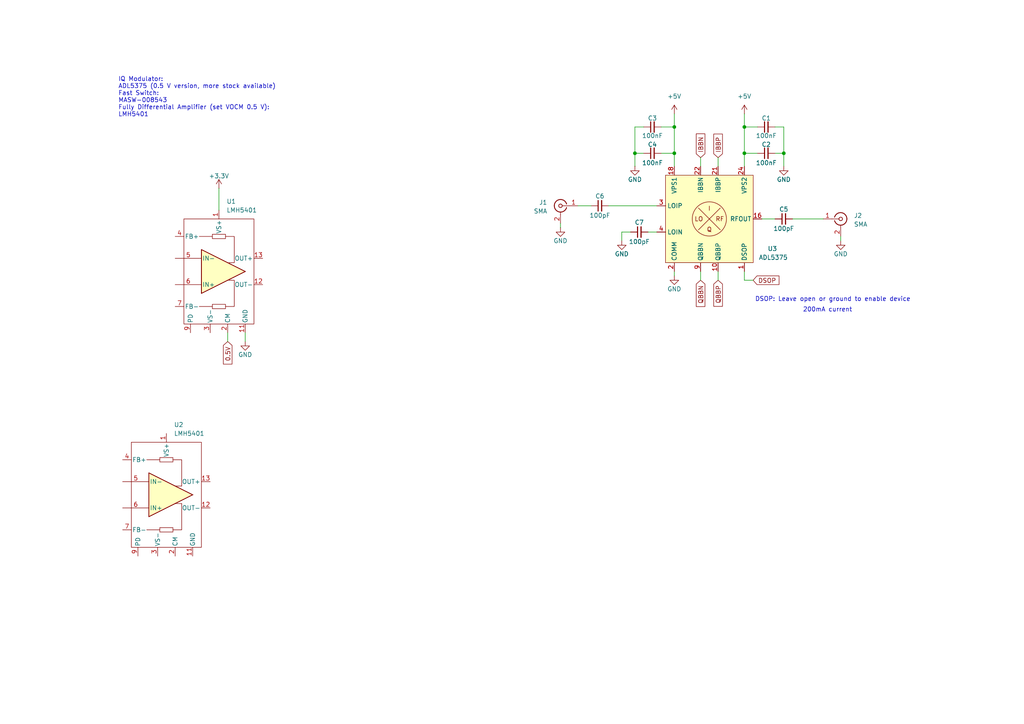
<source format=kicad_sch>
(kicad_sch (version 20231120) (generator "eeschema") (generator_version "8.0")
  (paper "A4")
  (title_block (title "S-Band PFU") (date "2024-05-12") (rev "v1.0") (company "openEPR") (comment 1 "Timothy Keller"))
  (lib_symbols
    (symbol "Connector:Conn_Coaxial" (pin_names (offset 1.016) hide)
      (property "Reference" "J" (at 0.254 3.048 0))
      (property "Value" "Conn_Coaxial" (at 2.921 0 90))
      (symbol "Conn_Coaxial_0_1"
        (arc (start -1.778 -0.508) (mid 0.2311 -1.8066) (end 1.778 0) (stroke (width 0.254)))
        (polyline (pts (xy -2.54 0) (xy -0.508 0)))
        (polyline (pts (xy 0 -2.54) (xy 0 -1.778)))
        (circle (center 0 0) (radius 0.508) (stroke (width 0.2032)))
        (arc (start 1.778 0) (mid 0.2099 1.8101) (end -1.778 0.508) (stroke (width 0.254)))
      )
      (symbol "Conn_Coaxial_1_1"
        (pin passive line (at -5.08 0 0) (length 2.54) (name "In") (number "1"))
        (pin passive line (at 0 -5.08 90) (length 2.54) (name "Ext") (number "2"))
      )
    )
    (symbol "Device:C_Small" (pin_numbers hide) (pin_names (offset 0.254) hide)
      (property "Reference" "C" (at 0.254 1.778 0))
      (property "Value" "C_Small" (at 0.254 -2.032 0))
      (symbol "C_Small_0_1"
        (polyline (pts (xy -1.524 -0.508) (xy 1.524 -0.508)) (stroke (width 0.3302)))
        (polyline (pts (xy -1.524 0.508) (xy 1.524 0.508)) (stroke (width 0.3048)))
      )
      (symbol "C_Small_1_1"
        (pin passive line (at 0 2.54 270) (length 2.032) (name "~") (number "1"))
        (pin passive line (at 0 -2.54 90) (length 2.032) (name "~") (number "2"))
      )
    )
    (symbol "_tim-RF:ADL5375"
      (property "Reference" "U" (at 15.24 16.51 0))
      (property "Value" "ADL5375" (at 17.272 11.43 0))
      (symbol "ADL5375_0_1"
        (polyline (pts (xy -3.175 3.175) (xy 3.175 -3.175)))
        (polyline (pts (xy 3.175 3.175) (xy -3.175 -3.175)))
        (circle (center 0 0) (radius 4.9595))
      )
      (symbol "ADL5375_1_1"
        (rectangle (start -12.7 12.7) (end 12.7 -12.7) (fill (type background)))
        (text "I" (at 0 3.048 0) (effects (font (size 1.27 1.27))))
        (text "LO" (at -3.048 0 0) (effects (font (size 1.27 1.27))))
        (text "Q" (at 0 -3.048 0) (effects (font (size 1.27 1.27))))
        (text "RF" (at 3.048 0 0) (effects (font (size 1.27 1.27))))
        (pin input line (at 10.16 -15.24 90) (length 2.54) (name "DSOP") (number "1"))
        (pin power_in line (at 2.54 -15.24 90) (length 2.54) (name "QBBP") (number "10"))
        (pin power_in line (at -10.16 -15.24 90) (length 2.54) hide (name "COMM") (number "11"))
        (pin power_in line (at -10.16 -15.24 90) (length 2.54) hide (name "COMM") (number "12"))
        (pin power_in line (at -10.16 -15.24 90) (length 2.54) hide (name "COMM") (number "13"))
        (pin power_in line (at -10.16 -15.24 90) (length 2.54) hide (name "COMM") (number "14"))
        (pin power_in line (at -10.16 -15.24 90) (length 2.54) hide (name "COMM") (number "15"))
        (pin output line (at 15.24 0 180) (length 2.54) (name "RFOUT") (number "16"))
        (pin power_in line (at -10.16 -15.24 90) (length 2.54) hide (name "COMM") (number "17"))
        (pin power_in line (at -10.16 15.24 270) (length 2.54) (name "VPS1") (number "18"))
        (pin power_in line (at -10.16 -15.24 90) (length 2.54) hide (name "COMM") (number "19"))
        (pin power_in line (at -10.16 -15.24 90) (length 2.54) (name "COMM") (number "2"))
        (pin power_in line (at -10.16 -15.24 90) (length 2.54) hide (name "COMM") (number "20"))
        (pin power_in line (at 2.54 15.24 270) (length 2.54) (name "IBBP") (number "21"))
        (pin power_in line (at -2.54 15.24 270) (length 2.54) (name "IBBN") (number "22"))
        (pin power_in line (at -10.16 -15.24 90) (length 2.54) hide (name "COMM") (number "23"))
        (pin power_in line (at 10.16 15.24 270) (length 2.54) (name "VPS2") (number "24"))
        (pin power_in line (at -10.16 -15.24 90) (length 2.54) hide (name "EP") (number "25"))
        (pin input line (at -15.24 3.81 0) (length 2.54) (name "LOIP") (number "3"))
        (pin input line (at -15.24 -3.81 0) (length 2.54) (name "LOIN") (number "4"))
        (pin power_in line (at -10.16 -15.24 90) (length 2.54) hide (name "COMM") (number "5"))
        (pin power_in line (at -10.16 -15.24 90) (length 2.54) hide (name "COMM") (number "6"))
        (pin power_in line (at -10.16 -15.24 90) (length 2.54) hide (name "COMM") (number "7"))
        (pin power_in line (at -10.16 -15.24 90) (length 2.54) hide (name "COMM") (number "8"))
        (pin power_in line (at -2.54 -15.24 90) (length 2.54) (name "QBBN") (number "9"))
      )
    )
    (symbol "_tim-RF:LMH5401" (pin_names (offset 0.254))
      (property "Reference" "U1" (at 1.9559 18.415 0))
      (property "Value" "LMH5401" (at 1.9559 15.875 0))
      (symbol "LMH5401_0_1"
        (polyline (pts (xy 4.445 -2.54) (xy 2.54 -2.54)))
        (polyline (pts (xy 4.445 2.54) (xy 2.54 2.54)))
      )
      (symbol "LMH5401_1_1"
        (rectangle (start -10.16 15.24) (end 10.16 -15.24))
        (rectangle (start -1.905 -9.525) (end 1.905 -10.795))
        (rectangle (start -1.905 10.795) (end 1.905 9.525))
        (polyline (pts (xy -1.905 -10.16) (xy -5.715 -10.16)))
        (polyline (pts (xy -1.905 10.16) (xy -5.715 10.16)))
        (polyline (pts (xy 4.445 -2.54) (xy 4.445 -10.16) (xy 1.905 -10.16)))
        (polyline (pts (xy 4.445 2.54) (xy 4.445 10.16) (xy 1.905 10.16)))
        (polyline (pts (xy 7.62 0) (xy -5.08 6.35) (xy -5.08 -6.35) (xy 7.62 0)) (stroke (width 0.254)) (fill (type background)))
        (pin power_in line (at 0 17.78 270) (length 2.54) (name "VS+") (number "1"))
        (pin power_in line (at 0 17.78 270) (length 2.54) hide (name "VS+") (number "10"))
        (pin power_in line (at 7.62 -17.78 90) (length 2.54) (name "GND") (number "11"))
        (pin output line (at 12.7 -3.81 180) (length 2.54) (name "OUT-") (number "12"))
        (pin output line (at 12.7 3.81 180) (length 2.54) (name "OUT+") (number "13"))
        (pin power_in line (at 7.62 -17.78 90) (length 2.54) hide (name "GND") (number "14"))
        (pin power_in line (at 2.54 -17.78 90) (length 2.54) (name "CM") (number "2"))
        (pin power_in line (at -2.54 -17.78 90) (length 2.54) (name "VS-") (number "3"))
        (pin output line (at -12.7 10.16 0) (length 2.54) (name "FB+") (number "4"))
        (pin input line (at -12.7 3.81 0) (length 7.62) (name "IN-") (number "5"))
        (pin input line (at -12.7 -3.81 0) (length 7.62) (name "IN+") (number "6"))
        (pin output line (at -12.7 -10.16 0) (length 2.54) (name "FB-") (number "7"))
        (pin power_in line (at -2.54 -17.78 90) (length 2.54) hide (name "VS-") (number "8"))
        (pin input line (at -8.255 -17.78 90) (length 2.54) (name "PD") (number "9"))
      )
    )
    (symbol "power:+3.3V" (power) (pin_numbers hide) (pin_names (offset 0) hide)
      (property "Value" "+3.3V" (at 0 3.556 0))
      (symbol "+3.3V_0_1"
        (polyline (pts (xy -0.762 1.27) (xy 0 2.54)))
        (polyline (pts (xy 0 0) (xy 0 2.54)))
        (polyline (pts (xy 0 2.54) (xy 0.762 1.27)))
      )
      (symbol "+3.3V_1_1"
        (pin power_in line (at 0 0 90) (length 0) (name "~") (number "1"))
      )
    )
    (symbol "power:+5V" (power) (pin_numbers hide) (pin_names (offset 0) hide)
      (property "Value" "+5V" (at 0 3.556 0))
      (symbol "+5V_0_1"
        (polyline (pts (xy -0.762 1.27) (xy 0 2.54)))
        (polyline (pts (xy 0 0) (xy 0 2.54)))
        (polyline (pts (xy 0 2.54) (xy 0.762 1.27)))
      )
      (symbol "+5V_1_1"
        (pin power_in line (at 0 0 90) (length 0) (name "~") (number "1"))
      )
    )
    (symbol "power:GND" (power) (pin_numbers hide) (pin_names (offset 0) hide)
      (property "Value" "GND" (at 0 -3.81 0))
      (symbol "GND_0_1"
        (polyline (pts (xy 0 0) (xy 0 -1.27) (xy 1.27 -1.27) (xy 0 -2.54) (xy -1.27 -1.27) (xy 0 -1.27)))
      )
      (symbol "GND_1_1"
        (pin power_in line (at 0 0 270) (length 0) (name "~") (number "1"))
      )
    )
  )
  (junction (at 215.9 44.45))
  (junction (at 195.58 44.45))
  (junction (at 215.9 36.83))
  (junction (at 227.33 44.45))
  (junction (at 195.58 36.83))
  (junction (at 184.15 44.45))
  (wire (pts (xy 195.58 36.83) (xy 195.58 44.45)))
  (wire (pts (xy 208.28 45.72) (xy 208.28 48.26)))
  (wire (pts (xy 215.9 81.28) (xy 215.9 78.74)))
  (wire (pts (xy 203.2 45.72) (xy 203.2 48.26)))
  (wire (pts (xy 203.2 78.74) (xy 203.2 81.28)))
  (wire (pts (xy 243.84 68.58) (xy 243.84 69.85)))
  (wire (pts (xy 218.44 81.28) (xy 215.9 81.28)))
  (wire (pts (xy 215.9 33.02) (xy 215.9 36.83)))
  (wire (pts (xy 219.71 44.45) (xy 215.9 44.45)))
  (wire (pts (xy 66.04 96.52) (xy 66.04 99.06)))
  (wire (pts (xy 187.96 67.31) (xy 190.5 67.31)))
  (wire (pts (xy 224.79 36.83) (xy 227.33 36.83)))
  (wire (pts (xy 227.33 36.83) (xy 227.33 44.45)))
  (wire (pts (xy 215.9 36.83) (xy 219.71 36.83)))
  (wire (pts (xy 186.69 36.83) (xy 184.15 36.83)))
  (wire (pts (xy 184.15 36.83) (xy 184.15 44.45)))
  (wire (pts (xy 63.5 54.61) (xy 63.5 60.96)))
  (wire (pts (xy 195.58 78.74) (xy 195.58 80.01)))
  (wire (pts (xy 195.58 33.02) (xy 195.58 36.83)))
  (wire (pts (xy 162.56 64.77) (xy 162.56 66.04)))
  (wire (pts (xy 208.28 78.74) (xy 208.28 81.28)))
  (wire (pts (xy 184.15 48.26) (xy 184.15 44.45)))
  (wire (pts (xy 215.9 36.83) (xy 215.9 44.45)))
  (wire (pts (xy 167.64 59.69) (xy 171.45 59.69)))
  (wire (pts (xy 191.77 36.83) (xy 195.58 36.83)))
  (wire (pts (xy 71.12 96.52) (xy 71.12 99.06)))
  (wire (pts (xy 180.34 67.31) (xy 180.34 69.85)))
  (wire (pts (xy 229.87 63.5) (xy 238.76 63.5)))
  (wire (pts (xy 184.15 44.45) (xy 186.69 44.45)))
  (wire (pts (xy 220.98 63.5) (xy 224.79 63.5)))
  (wire (pts (xy 176.53 59.69) (xy 190.5 59.69)))
  (wire (pts (xy 182.88 67.31) (xy 180.34 67.31)))
  (wire (pts (xy 215.9 44.45) (xy 215.9 48.26)))
  (wire (pts (xy 195.58 44.45) (xy 195.58 48.26)))
  (wire (pts (xy 224.79 44.45) (xy 227.33 44.45)))
  (wire (pts (xy 227.33 44.45) (xy 227.33 48.26)))
  (wire (pts (xy 191.77 44.45) (xy 195.58 44.45)))
  (text "DSOP: Leave open or ground to enable device" (at 241.554 86.868 0) (effects (font (size 1.27 1.27))))
  (text "IQ Modulator:\nADL5375 (0.5 V version, more stock available)\nFast Switch:\nMASW-008543\nFully Differential Amplifier (set VOCM 0.5 V):\nLMH5401\n\n" (at 34.29 29.21 0) (effects (font (size 1.27 1.27)) (justify left)))
  (text "200mA current" (at 240.03 89.916 0) (effects (font (size 1.27 1.27))))
  (global_label "QBBP" (shape input) (at 208.28 81.28 270) (property "Intersheetrefs" "${INTERSHEET_REFS}" (effects (hide yes))))
  (global_label "IBBN" (shape input) (at 203.2 45.72 90) (property "Intersheetrefs" "${INTERSHEET_REFS}" (effects (hide yes))))
  (global_label "DSOP" (shape input) (at 218.44 81.28 0) (property "Intersheetrefs" "${INTERSHEET_REFS}" (effects (hide yes))))
  (global_label "0.5V" (shape input) (at 66.04 99.06 270) (property "Intersheetrefs" "${INTERSHEET_REFS}" (effects (hide yes))))
  (global_label "QBBN" (shape input) (at 203.2 81.28 270) (property "Intersheetrefs" "${INTERSHEET_REFS}" (effects (hide yes))))
  (global_label "IBBP" (shape input) (at 208.28 45.72 90) (property "Intersheetrefs" "${INTERSHEET_REFS}" (effects (hide yes))))
  (symbol (lib_id "power:+5V") (at 215.9 33.02 0) (unit 1)
    (property "Reference" "#PWR02" (effects (hide yes)))
    (property "Value" "+5V" (at 215.9 27.94 0))
    (property "Description" "Power symbol creates a global label with name \"+5V\"" (effects (hide yes)))
  )
  (symbol (lib_id "power:+5V") (at 195.58 33.02 0) (unit 1)
    (property "Reference" "#PWR03" (effects (hide yes)))
    (property "Value" "+5V" (at 195.58 27.94 0))
    (property "Description" "Power symbol creates a global label with name \"+5V\"" (effects (hide yes)))
  )
  (symbol (lib_id "Device:C_Small") (at 185.42 67.31 90) (unit 1)
    (property "Reference" "C7" (at 185.42 64.516 90))
    (property "Value" "100pF" (at 185.42 70.104 90))
    (property "Description" "Unpolarized capacitor, small symbol" (effects (hide yes)))
  )
  (symbol (lib_id "Connector:Conn_Coaxial") (at 162.56 59.69 0) (mirror y) (unit 1)
    (property "Reference" "J1" (at 158.75 58.7131 0) (effects (justify left)))
    (property "Value" "SMA" (at 158.75 61.2531 0) (effects (justify left)))
    (property "Datasheet" " ~" (effects (hide yes)))
    (property "Description" "coaxial connector (BNC, SMA, SMB, SMC, Cinch/RCA, LEMO, ...)" (effects (hide yes)))
  )
  (symbol (lib_id "power:GND") (at 71.12 99.06 0) (unit 1)
    (property "Reference" "#PWR010" (effects (hide yes)))
    (property "Value" "GND" (at 71.12 102.87 0))
    (property "Description" "Power symbol creates a global label with name \"GND\" , ground" (effects (hide yes)))
  )
  (symbol (lib_id "Device:C_Small") (at 227.33 63.5 90) (unit 1)
    (property "Reference" "C5" (at 227.33 60.706 90))
    (property "Value" "100pF" (at 227.33 66.294 90))
    (property "Description" "Unpolarized capacitor, small symbol" (effects (hide yes)))
  )
  (symbol (lib_id "_tim-RF:LMH5401") (at 48.26 143.51 0) (unit 1)
    (property "Reference" "U2" (at 50.4541 123.19 0) (effects (justify left)))
    (property "Value" "LMH5401" (at 50.4541 125.73 0) (effects (justify left)))
    (property "Footprint" "_tim-RF:UQFN-14_2.5x2.5mm_P0.5mm" (effects (hide yes)))
    (property "Datasheet" "https://www.ti.com/lit/ds/symlink/lmh5401.pdf" (effects (hide yes)))
    (property "Description" "8GHz, Low Noise, Low-Power, Fully-Differential Amplifier" (effects (hide yes)))
  )
  (symbol (lib_id "Device:C_Small") (at 222.25 44.45 90) (unit 1)
    (property "Reference" "C2" (at 222.25 41.91 90))
    (property "Value" "100nF" (at 222.25 47.244 90))
    (property "Description" "Unpolarized capacitor, small symbol" (effects (hide yes)))
  )
  (symbol (lib_id "_tim-RF:ADL5375") (at 205.74 63.5 0) (unit 1)
    (property "Reference" "U3" (at 224.028 72.136 0))
    (property "Value" "ADL5375" (at 224.282 74.676 0))
    (property "Footprint" "Package_CSP:LFCSP-24-1EP_4x4mm_P0.5mm_EP2.3x2.3mm_ThermalVias" (effects (hide yes)))
    (property "Datasheet" "https://www.analog.com/media/en/technical-documentation/data-sheets/ADL5375.pdf" (effects (hide yes)))
    (property "Description" "400 MHz to 6 GHz Broadband Quadrature Modulator" (effects (hide yes)))
  )
  (symbol (lib_id "Device:C_Small") (at 189.23 44.45 90) (unit 1)
    (property "Reference" "C4" (at 189.23 41.91 90))
    (property "Value" "100nF" (at 189.23 47.244 90))
    (property "Description" "Unpolarized capacitor, small symbol" (effects (hide yes)))
  )
  (symbol (lib_id "power:GND") (at 184.15 48.26 0) (unit 1)
    (property "Reference" "#PWR06" (effects (hide yes)))
    (property "Value" "GND" (at 184.15 52.07 0))
    (property "Description" "Power symbol creates a global label with name \"GND\" , ground" (effects (hide yes)))
  )
  (symbol (lib_id "Device:C_Small") (at 222.25 36.83 90) (unit 1)
    (property "Reference" "C1" (at 222.25 34.29 90))
    (property "Value" "100nF" (at 222.25 39.37 90))
    (property "Description" "Unpolarized capacitor, small symbol" (effects (hide yes)))
  )
  (symbol (lib_id "power:GND") (at 243.84 69.85 0) (unit 1)
    (property "Reference" "#PWR08" (effects (hide yes)))
    (property "Value" "GND" (at 243.84 73.66 0))
    (property "Description" "Power symbol creates a global label with name \"GND\" , ground" (effects (hide yes)))
  )
  (symbol (lib_id "_tim-RF:LMH5401") (at 63.5 78.74 0) (unit 1)
    (property "Reference" "U1" (at 65.6941 58.42 0) (effects (justify left)))
    (property "Value" "LMH5401" (at 65.6941 60.96 0) (effects (justify left)))
    (property "Footprint" "_tim-RF:UQFN-14_2.5x2.5mm_P0.5mm" (effects (hide yes)))
    (property "Datasheet" "https://www.ti.com/lit/ds/symlink/lmh5401.pdf" (effects (hide yes)))
    (property "Description" "8GHz, Low Noise, Low-Power, Fully-Differential Amplifier" (effects (hide yes)))
  )
  (symbol (lib_id "power:+3.3V") (at 63.5 54.61 0) (unit 1)
    (property "Reference" "#PWR01" (effects (hide yes)))
    (property "Value" "+3.3V" (at 63.5 51.054 0))
    (property "Description" "Power symbol creates a global label with name \"+3.3V\"" (effects (hide yes)))
  )
  (symbol (lib_id "power:GND") (at 180.34 69.85 0) (unit 1)
    (property "Reference" "#PWR09" (effects (hide yes)))
    (property "Value" "GND" (at 180.34 73.66 0))
    (property "Description" "Power symbol creates a global label with name \"GND\" , ground" (effects (hide yes)))
  )
  (symbol (lib_id "power:GND") (at 162.56 66.04 0) (unit 1)
    (property "Reference" "#PWR07" (effects (hide yes)))
    (property "Value" "GND" (at 162.56 69.85 0))
    (property "Description" "Power symbol creates a global label with name \"GND\" , ground" (effects (hide yes)))
  )
  (symbol (lib_id "power:GND") (at 227.33 48.26 0) (unit 1)
    (property "Reference" "#PWR05" (effects (hide yes)))
    (property "Value" "GND" (at 227.33 52.07 0))
    (property "Description" "Power symbol creates a global label with name \"GND\" , ground" (effects (hide yes)))
  )
  (symbol (lib_id "Device:C_Small") (at 173.99 59.69 90) (unit 1)
    (property "Reference" "C6" (at 173.99 56.896 90))
    (property "Value" "100pF" (at 173.99 62.484 90))
    (property "Description" "Unpolarized capacitor, small symbol" (effects (hide yes)))
  )
  (symbol (lib_id "power:GND") (at 195.58 80.01 0) (unit 1)
    (property "Reference" "#PWR04" (effects (hide yes)))
    (property "Value" "GND" (at 195.58 83.82 0))
    (property "Description" "Power symbol creates a global label with name \"GND\" , ground" (effects (hide yes)))
  )
  (symbol (lib_id "Connector:Conn_Coaxial") (at 243.84 63.5 0) (unit 1)
    (property "Reference" "J2" (at 247.65 62.5231 0) (effects (justify left)))
    (property "Value" "SMA" (at 247.65 65.0631 0) (effects (justify left)))
    (property "Datasheet" " ~" (effects (hide yes)))
    (property "Description" "coaxial connector (BNC, SMA, SMB, SMC, Cinch/RCA, LEMO, ...)" (effects (hide yes)))
  )
  (symbol (lib_id "Device:C_Small") (at 189.23 36.83 90) (unit 1)
    (property "Reference" "C3" (at 189.23 34.29 90))
    (property "Value" "100nF" (at 189.23 39.37 90))
    (property "Description" "Unpolarized capacitor, small symbol" (effects (hide yes)))
  )
)
</source>
